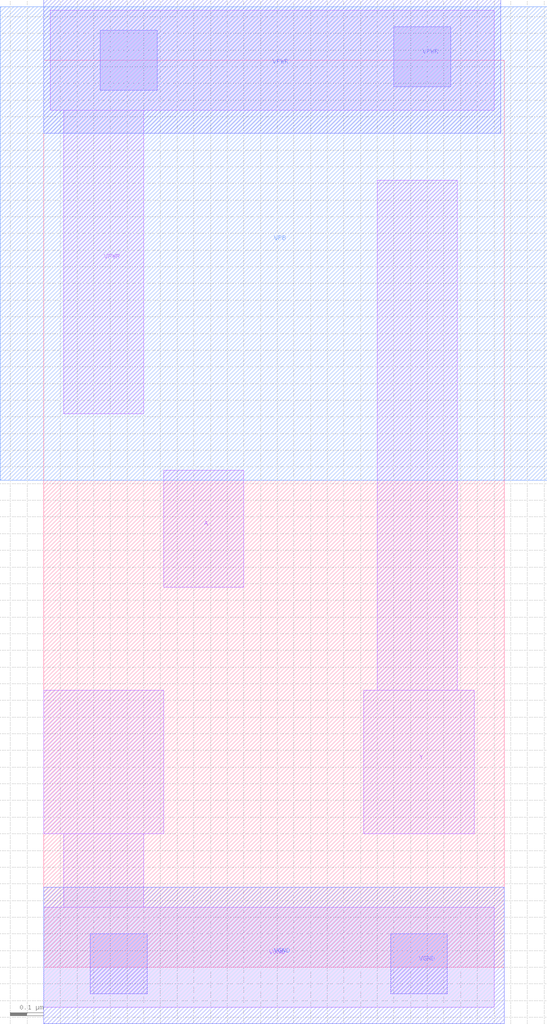
<source format=lef>
VERSION 5.7 ;
  NOWIREEXTENSIONATPIN ON ;
  DIVIDERCHAR "/" ;
  BUSBITCHARS "[]" ;
MACRO sky130_vsdinv_1x
  CLASS CORE ;
  FOREIGN sky130_vsdinv_1x ;
  ORIGIN 0.000 0.000 ;
  SIZE 1.380 BY 2.720 ;
  SYMMETRY X Y R90 ;
  SITE unithd ;
  PIN A
    DIRECTION INPUT ;
    USE SIGNAL ;
    ANTENNAGATEAREA 0.169500 ;
    PORT
      LAYER li1 ;
        RECT 0.360 1.140 0.600 1.490 ;
    END
  END A
  PIN Y
    DIRECTION OUTPUT ;
    USE SIGNAL ;
    ANTENNADIFFAREA 0.590800 ;
    PORT
      LAYER li1 ;
        RECT 1.000 0.830 1.240 2.360 ;
        RECT 0.960 0.400 1.290 0.830 ;
    END
  END Y
  PIN VGND
    DIRECTION INOUT ;
    USE GROUND ;
    PORT
      LAYER li1 ;
        RECT 0.000 0.400 0.360 0.830 ;
        RECT 0.060 0.180 0.300 0.400 ;
        RECT 0.000 -0.120 1.350 0.180 ;
      LAYER mcon ;
        RECT 0.140 -0.080 0.310 0.100 ;
        RECT 1.040 -0.080 1.210 0.100 ;
      LAYER met1 ;
        RECT 0.000 -0.170 1.380 0.240 ;
    END
  END VGND
  PIN VPWR
    DIRECTION INOUT ;
    USE POWER ;
    PORT
      LAYER li1 ;
        RECT 0.020 2.570 1.350 2.870 ;
        RECT 0.060 1.660 0.300 2.570 ;
      LAYER mcon ;
        RECT 0.170 2.630 0.340 2.810 ;
        RECT 1.050 2.640 1.220 2.820 ;
      LAYER met1 ;
        RECT 0.000 2.500 1.370 2.900 ;
    END
  END VPWR
  PIN VPB
    DIRECTION INOUT ;
    USE POWER ;
    PORT
      LAYER nwell ;
        RECT -0.130 1.460 1.510 2.880 ;
    END
  END VPB
END sky130_vsdinv_1x
END LIBRARY


</source>
